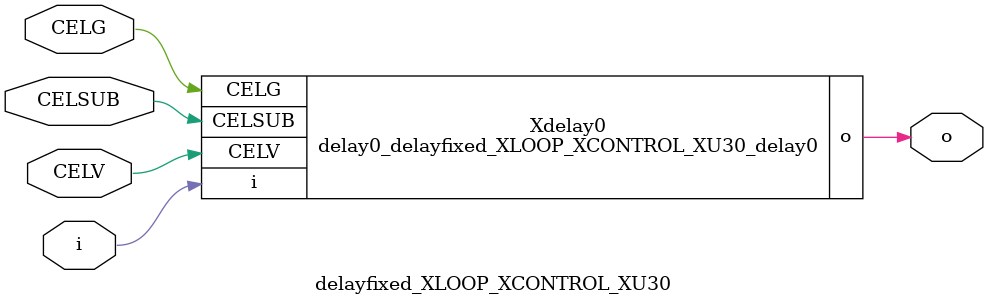
<source format=v>

module delay0_delayfixed_XLOOP_XCONTROL_XU30_delay0 (i, CELV, o,
CELG,CELSUB);
input CELV;
input i;
output o;
input CELSUB;
input CELG;
endmodule


//Celera Confidential Do Not Copy delayfixed_XLOOP_XCONTROL_XU30
//Celera Confidential Symbol Generator
//TYPE:fixed Egde:rise
module delayfixed_XLOOP_XCONTROL_XU30 (CELV,i,o,
CELG,CELSUB);
input CELV;
input i;
output o;
input CELG;
input CELSUB;

//Celera Confidential Do Not Copy delay0_delayfixed_XLOOP_XCONTROL_XU30_delay0
delay0_delayfixed_XLOOP_XCONTROL_XU30_delay0 Xdelay0(
.CELV (CELV),
.i (i),
.o (o),
.CELG (CELG),
.CELSUB (CELSUB)
);
//,diesize,delay0_delayfixed_XLOOP_XCONTROL_XU30_delay0
//Celera Confidential Do Not Copy Module End
//Celera Schematic Generator
endmodule

</source>
